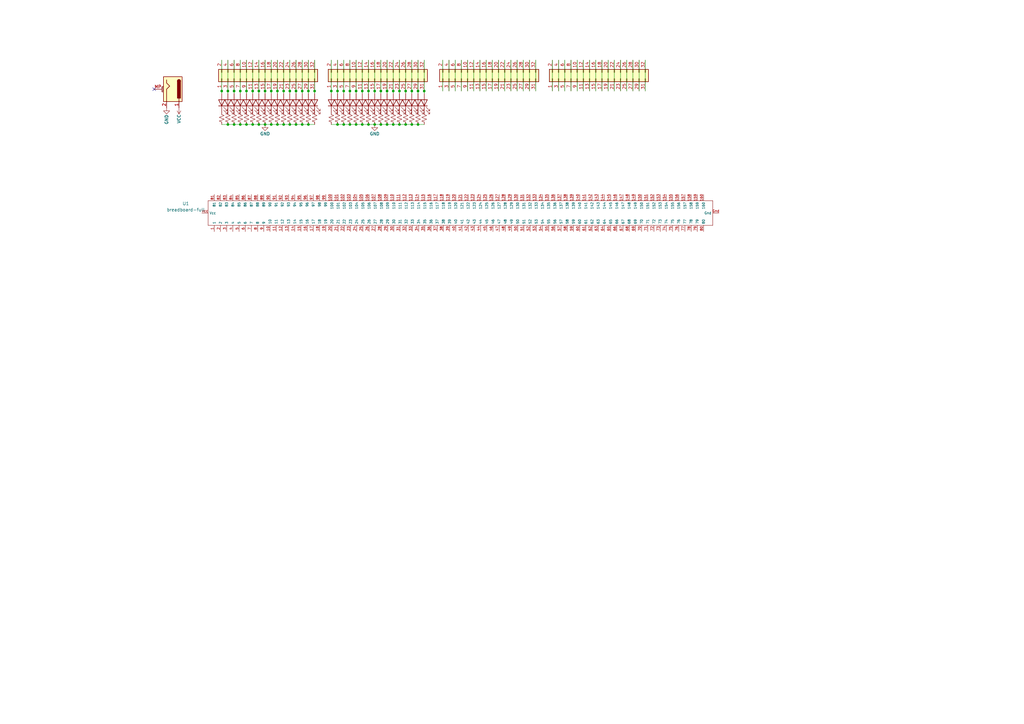
<source format=kicad_sch>
(kicad_sch (version 20211123) (generator eeschema)
  (paper "A3")
  (lib_symbols
    (symbol "Connector:Barrel_Jack_MountingPin" (pin_names hide)
      (property "Reference" "J" (at 0 5.334 0))
      (property "Value" "Barrel_Jack_MountingPin" (at 1.27 -6.35 0))
      (symbol "Barrel_Jack_MountingPin_0_1"
        (rectangle (start -5.08 3.81) (end 5.08 -3.81) (stroke (width 0.254)) (fill (type background)))
        (arc (start -3.302 3.175) (mid -3.937 2.54) (end -3.302 1.905) (stroke (width 0.254)))
        (arc (start -3.302 3.175) (mid -3.937 2.54) (end -3.302 1.905) (stroke (width 0.254)) (fill (type outline)))
        (polyline (pts (xy 5.08 2.54) (xy 3.81 2.54)) (stroke (width 0.254)))
        (polyline (pts (xy -3.81 -2.54) (xy -2.54 -2.54) (xy -1.27 -1.27) (xy 0 -2.54) (xy 2.54 -2.54) (xy 5.08 -2.54)) (stroke (width 0.254)))
        (rectangle (start 3.683 3.175) (end -3.302 1.905) (stroke (width 0.254)) (fill (type outline)))
      )
      (symbol "Barrel_Jack_MountingPin_1_1"
        (polyline (pts (xy -1.016 -4.572) (xy 1.016 -4.572)) (stroke (width 0.1524)))
        (text "Mounting" (at 0 -4.191 0) (effects (font (size 0.381 0.381))))
        (pin passive line (at 7.62 2.54 180) (length 2.54) (name "~") (number "1"))
        (pin passive line (at 7.62 -2.54 180) (length 2.54) (name "~") (number "2"))
        (pin passive line (at 0 -7.62 90) (length 3.048) (name "MountPin") (number "MP"))
      )
    )
    (symbol "Connector_Generic:Conn_02x16_Odd_Even" (pin_names (offset 1.016) hide)
      (property "Reference" "J" (at 1.27 20.32 0))
      (property "Value" "Conn_02x16_Odd_Even" (at 1.27 -22.86 0))
      (symbol "Conn_02x16_Odd_Even_1_1"
        (rectangle (start -1.27 -20.193) (end 0 -20.447) (stroke (width 0.1524)))
        (rectangle (start -1.27 -17.653) (end 0 -17.907) (stroke (width 0.1524)))
        (rectangle (start -1.27 -15.113) (end 0 -15.367) (stroke (width 0.1524)))
        (rectangle (start -1.27 -12.573) (end 0 -12.827) (stroke (width 0.1524)))
        (rectangle (start -1.27 -10.033) (end 0 -10.287) (stroke (width 0.1524)))
        (rectangle (start -1.27 -7.493) (end 0 -7.747) (stroke (width 0.1524)))
        (rectangle (start -1.27 -4.953) (end 0 -5.207) (stroke (width 0.1524)))
        (rectangle (start -1.27 -2.413) (end 0 -2.667) (stroke (width 0.1524)))
        (rectangle (start -1.27 0.127) (end 0 -0.127) (stroke (width 0.1524)))
        (rectangle (start -1.27 2.667) (end 0 2.413) (stroke (width 0.1524)))
        (rectangle (start -1.27 5.207) (end 0 4.953) (stroke (width 0.1524)))
        (rectangle (start -1.27 7.747) (end 0 7.493) (stroke (width 0.1524)))
        (rectangle (start -1.27 10.287) (end 0 10.033) (stroke (width 0.1524)))
        (rectangle (start -1.27 12.827) (end 0 12.573) (stroke (width 0.1524)))
        (rectangle (start -1.27 15.367) (end 0 15.113) (stroke (width 0.1524)))
        (rectangle (start -1.27 17.907) (end 0 17.653) (stroke (width 0.1524)))
        (rectangle (start -1.27 19.05) (end 3.81 -21.59) (stroke (width 0.254)) (fill (type background)))
        (rectangle (start 3.81 -20.193) (end 2.54 -20.447) (stroke (width 0.1524)))
        (rectangle (start 3.81 -17.653) (end 2.54 -17.907) (stroke (width 0.1524)))
        (rectangle (start 3.81 -15.113) (end 2.54 -15.367) (stroke (width 0.1524)))
        (rectangle (start 3.81 -12.573) (end 2.54 -12.827) (stroke (width 0.1524)))
        (rectangle (start 3.81 -10.033) (end 2.54 -10.287) (stroke (width 0.1524)))
        (rectangle (start 3.81 -7.493) (end 2.54 -7.747) (stroke (width 0.1524)))
        (rectangle (start 3.81 -4.953) (end 2.54 -5.207) (stroke (width 0.1524)))
        (rectangle (start 3.81 -2.413) (end 2.54 -2.667) (stroke (width 0.1524)))
        (rectangle (start 3.81 0.127) (end 2.54 -0.127) (stroke (width 0.1524)))
        (rectangle (start 3.81 2.667) (end 2.54 2.413) (stroke (width 0.1524)))
        (rectangle (start 3.81 5.207) (end 2.54 4.953) (stroke (width 0.1524)))
        (rectangle (start 3.81 7.747) (end 2.54 7.493) (stroke (width 0.1524)))
        (rectangle (start 3.81 10.287) (end 2.54 10.033) (stroke (width 0.1524)))
        (rectangle (start 3.81 12.827) (end 2.54 12.573) (stroke (width 0.1524)))
        (rectangle (start 3.81 15.367) (end 2.54 15.113) (stroke (width 0.1524)))
        (rectangle (start 3.81 17.907) (end 2.54 17.653) (stroke (width 0.1524)))
        (pin passive line (at -5.08 17.78 0) (length 3.81) (name "Pin_1") (number "1"))
        (pin passive line (at 7.62 7.62 180) (length 3.81) (name "Pin_10") (number "10"))
        (pin passive line (at -5.08 5.08 0) (length 3.81) (name "Pin_11") (number "11"))
        (pin passive line (at 7.62 5.08 180) (length 3.81) (name "Pin_12") (number "12"))
        (pin passive line (at -5.08 2.54 0) (length 3.81) (name "Pin_13") (number "13"))
        (pin passive line (at 7.62 2.54 180) (length 3.81) (name "Pin_14") (number "14"))
        (pin passive line (at -5.08 0 0) (length 3.81) (name "Pin_15") (number "15"))
        (pin passive line (at 7.62 0 180) (length 3.81) (name "Pin_16") (number "16"))
        (pin passive line (at -5.08 -2.54 0) (length 3.81) (name "Pin_17") (number "17"))
        (pin passive line (at 7.62 -2.54 180) (length 3.81) (name "Pin_18") (number "18"))
        (pin passive line (at -5.08 -5.08 0) (length 3.81) (name "Pin_19") (number "19"))
        (pin passive line (at 7.62 17.78 180) (length 3.81) (name "Pin_2") (number "2"))
        (pin passive line (at 7.62 -5.08 180) (length 3.81) (name "Pin_20") (number "20"))
        (pin passive line (at -5.08 -7.62 0) (length 3.81) (name "Pin_21") (number "21"))
        (pin passive line (at 7.62 -7.62 180) (length 3.81) (name "Pin_22") (number "22"))
        (pin passive line (at -5.08 -10.16 0) (length 3.81) (name "Pin_23") (number "23"))
        (pin passive line (at 7.62 -10.16 180) (length 3.81) (name "Pin_24") (number "24"))
        (pin passive line (at -5.08 -12.7 0) (length 3.81) (name "Pin_25") (number "25"))
        (pin passive line (at 7.62 -12.7 180) (length 3.81) (name "Pin_26") (number "26"))
        (pin passive line (at -5.08 -15.24 0) (length 3.81) (name "Pin_27") (number "27"))
        (pin passive line (at 7.62 -15.24 180) (length 3.81) (name "Pin_28") (number "28"))
        (pin passive line (at -5.08 -17.78 0) (length 3.81) (name "Pin_29") (number "29"))
        (pin passive line (at -5.08 15.24 0) (length 3.81) (name "Pin_3") (number "3"))
        (pin passive line (at 7.62 -17.78 180) (length 3.81) (name "Pin_30") (number "30"))
        (pin passive line (at -5.08 -20.32 0) (length 3.81) (name "Pin_31") (number "31"))
        (pin passive line (at 7.62 -20.32 180) (length 3.81) (name "Pin_32") (number "32"))
        (pin passive line (at 7.62 15.24 180) (length 3.81) (name "Pin_4") (number "4"))
        (pin passive line (at -5.08 12.7 0) (length 3.81) (name "Pin_5") (number "5"))
        (pin passive line (at 7.62 12.7 180) (length 3.81) (name "Pin_6") (number "6"))
        (pin passive line (at -5.08 10.16 0) (length 3.81) (name "Pin_7") (number "7"))
        (pin passive line (at 7.62 10.16 180) (length 3.81) (name "Pin_8") (number "8"))
        (pin passive line (at -5.08 7.62 0) (length 3.81) (name "Pin_9") (number "9"))
      )
    )
    (symbol "Device:LED" (pin_numbers hide) (pin_names (offset 1.016) hide)
      (property "Reference" "D" (at 0 2.54 0))
      (property "Value" "LED" (at 0 -2.54 0))
      (symbol "LED_0_1"
        (polyline (pts (xy -1.27 -1.27) (xy -1.27 1.27)) (stroke (width 0.254)))
        (polyline (pts (xy -1.27 0) (xy 1.27 0)))
        (polyline (pts (xy 1.27 -1.27) (xy 1.27 1.27) (xy -1.27 0) (xy 1.27 -1.27)) (stroke (width 0.254)))
        (polyline (pts (xy -3.048 -0.762) (xy -4.572 -2.286) (xy -3.81 -2.286) (xy -4.572 -2.286) (xy -4.572 -1.524)))
        (polyline (pts (xy -1.778 -0.762) (xy -3.302 -2.286) (xy -2.54 -2.286) (xy -3.302 -2.286) (xy -3.302 -1.524)))
      )
      (symbol "LED_1_1"
        (pin passive line (at -3.81 0 0) (length 2.54) (name "K") (number "1"))
        (pin passive line (at 3.81 0 180) (length 2.54) (name "A") (number "2"))
      )
    )
    (symbol "Device:R_Small_US" (pin_numbers hide) (pin_names (offset 0.254) hide)
      (property "Reference" "R" (at 0.762 0.508 0))
      (property "Value" "R_Small_US" (at 0.762 -1.016 0))
      (symbol "R_Small_US_1_1"
        (polyline (pts (xy 0 0) (xy 1.016 -0.381) (xy 0 -0.762) (xy -1.016 -1.143) (xy 0 -1.524)))
        (polyline (pts (xy 0 1.524) (xy 1.016 1.143) (xy 0 0.762) (xy -1.016 0.381) (xy 0 0)))
        (pin passive line (at 0 2.54 270) (length 1.016) (name "~") (number "1"))
        (pin passive line (at 0 -2.54 90) (length 1.016) (name "~") (number "2"))
      )
    )
    (symbol "power:GND" (power) (pin_names (offset 0))
      (property "Value" "GND" (at 0 -3.81 0))
      (symbol "GND_0_1"
        (polyline (pts (xy 0 0) (xy 0 -1.27) (xy 1.27 -1.27) (xy 0 -2.54) (xy -1.27 -1.27) (xy 0 -1.27)))
      )
      (symbol "GND_1_1"
        (pin power_in line (at 0 0 270) (length 0) hide (name "GND") (number "1"))
      )
    )
    (symbol "power:VCC" (power) (pin_names (offset 0))
      (property "Value" "VCC" (at 0 3.81 0))
      (symbol "VCC_0_1"
        (polyline (pts (xy -0.762 1.27) (xy 0 2.54)))
        (polyline (pts (xy 0 0) (xy 0 2.54)))
        (polyline (pts (xy 0 2.54) (xy 0.762 1.27)))
      )
      (symbol "VCC_1_1"
        (pin power_in line (at 0 0 90) (length 0) hide (name "VCC") (number "1"))
      )
    )
    (symbol "stephen-breadboarding:breadboard-full"
      (property "Reference" "U" (at 0 52.07 0))
      (property "Value" "breadboard-full" (at 0 49.53 0))
      (symbol "breadboard-full_0_1"
        (rectangle (start -5.08 36.83) (end 5.08 -170.18))
      )
      (symbol "breadboard-full_1_1"
        (pin input line (at -7.62 34.29 0) (length 2.54) (name "1") (number "1"))
        (pin input line (at -7.62 11.43 0) (length 2.54) (name "10") (number "10"))
        (pin input line (at 7.62 -13.97 180) (length 2.54) (name "100") (number "100"))
        (pin input line (at 7.62 -16.51 180) (length 2.54) (name "101") (number "101"))
        (pin input line (at 7.62 -19.05 180) (length 2.54) (name "102") (number "102"))
        (pin input line (at 7.62 -21.59 180) (length 2.54) (name "103") (number "103"))
        (pin input line (at 7.62 -24.13 180) (length 2.54) (name "104") (number "104"))
        (pin input line (at 7.62 -26.67 180) (length 2.54) (name "105") (number "105"))
        (pin input line (at 7.62 -29.21 180) (length 2.54) (name "106") (number "106"))
        (pin input line (at 7.62 -31.75 180) (length 2.54) (name "107") (number "107"))
        (pin input line (at 7.62 -34.29 180) (length 2.54) (name "108") (number "108"))
        (pin input line (at 7.62 -36.83 180) (length 2.54) (name "109") (number "109"))
        (pin input line (at -7.62 8.89 0) (length 2.54) (name "11") (number "11"))
        (pin input line (at 7.62 -39.37 180) (length 2.54) (name "110") (number "110"))
        (pin input line (at 7.62 -41.91 180) (length 2.54) (name "111") (number "111"))
        (pin input line (at 7.62 -44.45 180) (length 2.54) (name "112") (number "112"))
        (pin input line (at 7.62 -46.99 180) (length 2.54) (name "113") (number "113"))
        (pin input line (at 7.62 -49.53 180) (length 2.54) (name "114") (number "114"))
        (pin input line (at 7.62 -52.07 180) (length 2.54) (name "115") (number "115"))
        (pin input line (at 7.62 -54.61 180) (length 2.54) (name "116") (number "116"))
        (pin input line (at 7.62 -57.15 180) (length 2.54) (name "117") (number "117"))
        (pin input line (at 7.62 -59.69 180) (length 2.54) (name "118") (number "118"))
        (pin input line (at 7.62 -62.23 180) (length 2.54) (name "119") (number "119"))
        (pin input line (at -7.62 6.35 0) (length 2.54) (name "12") (number "12"))
        (pin input line (at 7.62 -64.77 180) (length 2.54) (name "120") (number "120"))
        (pin input line (at 7.62 -67.31 180) (length 2.54) (name "121") (number "121"))
        (pin input line (at 7.62 -69.85 180) (length 2.54) (name "122") (number "122"))
        (pin input line (at 7.62 -72.39 180) (length 2.54) (name "123") (number "123"))
        (pin input line (at 7.62 -74.93 180) (length 2.54) (name "124") (number "124"))
        (pin input line (at 7.62 -77.47 180) (length 2.54) (name "125") (number "125"))
        (pin input line (at 7.62 -80.01 180) (length 2.54) (name "126") (number "126"))
        (pin input line (at 7.62 -82.55 180) (length 2.54) (name "127") (number "127"))
        (pin input line (at 7.62 -85.09 180) (length 2.54) (name "128") (number "128"))
        (pin input line (at 7.62 -87.63 180) (length 2.54) (name "129") (number "129"))
        (pin input line (at -7.62 3.81 0) (length 2.54) (name "13") (number "13"))
        (pin input line (at 7.62 -90.17 180) (length 2.54) (name "130") (number "130"))
        (pin input line (at 7.62 -92.71 180) (length 2.54) (name "131") (number "131"))
        (pin input line (at 7.62 -95.25 180) (length 2.54) (name "132") (number "132"))
        (pin input line (at 7.62 -97.79 180) (length 2.54) (name "133") (number "133"))
        (pin input line (at 7.62 -100.33 180) (length 2.54) (name "134") (number "134"))
        (pin input line (at 7.62 -102.87 180) (length 2.54) (name "135") (number "135"))
        (pin input line (at 7.62 -105.41 180) (length 2.54) (name "136") (number "136"))
        (pin input line (at 7.62 -107.95 180) (length 2.54) (name "137") (number "137"))
        (pin input line (at 7.62 -110.49 180) (length 2.54) (name "138") (number "138"))
        (pin input line (at 7.62 -113.03 180) (length 2.54) (name "139") (number "139"))
        (pin input line (at -7.62 1.27 0) (length 2.54) (name "14") (number "14"))
        (pin input line (at 7.62 -115.57 180) (length 2.54) (name "140") (number "140"))
        (pin input line (at 7.62 -118.11 180) (length 2.54) (name "141") (number "141"))
        (pin input line (at 7.62 -120.65 180) (length 2.54) (name "142") (number "142"))
        (pin input line (at 7.62 -123.19 180) (length 2.54) (name "143") (number "143"))
        (pin input line (at 7.62 -125.73 180) (length 2.54) (name "144") (number "144"))
        (pin input line (at 7.62 -128.27 180) (length 2.54) (name "145") (number "145"))
        (pin input line (at 7.62 -130.81 180) (length 2.54) (name "146") (number "146"))
        (pin input line (at 7.62 -133.35 180) (length 2.54) (name "147") (number "147"))
        (pin input line (at 7.62 -135.89 180) (length 2.54) (name "148") (number "148"))
        (pin input line (at 7.62 -138.43 180) (length 2.54) (name "149") (number "149"))
        (pin input line (at -7.62 -1.27 0) (length 2.54) (name "15") (number "15"))
        (pin input line (at 7.62 -140.97 180) (length 2.54) (name "150") (number "150"))
        (pin input line (at 7.62 -143.51 180) (length 2.54) (name "151") (number "151"))
        (pin input line (at 7.62 -146.05 180) (length 2.54) (name "152") (number "152"))
        (pin input line (at 7.62 -148.59 180) (length 2.54) (name "153") (number "153"))
        (pin input line (at 7.62 -151.13 180) (length 2.54) (name "154") (number "154"))
        (pin input line (at 7.62 -153.67 180) (length 2.54) (name "155") (number "155"))
        (pin input line (at 7.62 -156.21 180) (length 2.54) (name "156") (number "156"))
        (pin input line (at 7.62 -158.75 180) (length 2.54) (name "157") (number "157"))
        (pin input line (at 7.62 -161.29 180) (length 2.54) (name "158") (number "158"))
        (pin input line (at 7.62 -163.83 180) (length 2.54) (name "159") (number "159"))
        (pin input line (at -7.62 -3.81 0) (length 2.54) (name "16") (number "16"))
        (pin input line (at 7.62 -166.37 180) (length 2.54) (name "160") (number "160"))
        (pin input line (at -7.62 -6.35 0) (length 2.54) (name "17") (number "17"))
        (pin input line (at -7.62 -8.89 0) (length 2.54) (name "18") (number "18"))
        (pin input line (at -7.62 -11.43 0) (length 2.54) (name "19") (number "19"))
        (pin input line (at -7.62 31.75 0) (length 2.54) (name "2") (number "2"))
        (pin input line (at -7.62 -13.97 0) (length 2.54) (name "20") (number "20"))
        (pin input line (at -7.62 -16.51 0) (length 2.54) (name "21") (number "21"))
        (pin input line (at -7.62 -19.05 0) (length 2.54) (name "22") (number "22"))
        (pin input line (at -7.62 -21.59 0) (length 2.54) (name "23") (number "23"))
        (pin input line (at -7.62 -24.13 0) (length 2.54) (name "24") (number "24"))
        (pin input line (at -7.62 -26.67 0) (length 2.54) (name "25") (number "25"))
        (pin input line (at -7.62 -29.21 0) (length 2.54) (name "26") (number "26"))
        (pin input line (at -7.62 -31.75 0) (length 2.54) (name "27") (number "27"))
        (pin input line (at -7.62 -34.29 0) (length 2.54) (name "28") (number "28"))
        (pin input line (at -7.62 -36.83 0) (length 2.54) (name "29") (number "29"))
        (pin input line (at -7.62 29.21 0) (length 2.54) (name "3") (number "3"))
        (pin input line (at -7.62 -39.37 0) (length 2.54) (name "30") (number "30"))
        (pin input line (at -7.62 -41.91 0) (length 2.54) (name "31") (number "31"))
        (pin input line (at -7.62 -44.45 0) (length 2.54) (name "32") (number "32"))
        (pin input line (at -7.62 -46.99 0) (length 2.54) (name "33") (number "33"))
        (pin input line (at -7.62 -49.53 0) (length 2.54) (name "34") (number "34"))
        (pin input line (at -7.62 -52.07 0) (length 2.54) (name "35") (number "35"))
        (pin input line (at -7.62 -54.61 0) (length 2.54) (name "36") (number "36"))
        (pin input line (at -7.62 -57.15 0) (length 2.54) (name "37") (number "37"))
        (pin input line (at -7.62 -59.69 0) (length 2.54) (name "38") (number "38"))
        (pin input line (at -7.62 -62.23 0) (length 2.54) (name "39") (number "39"))
        (pin input line (at -7.62 26.67 0) (length 2.54) (name "4") (number "4"))
        (pin input line (at -7.62 -64.77 0) (length 2.54) (name "40") (number "40"))
        (pin input line (at -7.62 -67.31 0) (length 2.54) (name "41") (number "41"))
        (pin input line (at -7.62 -69.85 0) (length 2.54) (name "42") (number "42"))
        (pin input line (at -7.62 -72.39 0) (length 2.54) (name "43") (number "43"))
        (pin input line (at -7.62 -74.93 0) (length 2.54) (name "44") (number "44"))
        (pin input line (at -7.62 -77.47 0) (length 2.54) (name "45") (number "45"))
        (pin input line (at -7.62 -80.01 0) (length 2.54) (name "46") (number "46"))
        (pin input line (at -7.62 -82.55 0) (length 2.54) (name "47") (number "47"))
        (pin input line (at -7.62 -85.09 0) (length 2.54) (name "48") (number "48"))
        (pin input line (at -7.62 -87.63 0) (length 2.54) (name "49") (number "49"))
        (pin input line (at -7.62 24.13 0) (length 2.54) (name "5") (number "5"))
        (pin input line (at -7.62 -90.17 0) (length 2.54) (name "50") (number "50"))
        (pin input line (at -7.62 -92.71 0) (length 2.54) (name "51") (number "51"))
        (pin input line (at -7.62 -95.25 0) (length 2.54) (name "52") (number "52"))
        (pin input line (at -7.62 -97.79 0) (length 2.54) (name "53") (number "53"))
        (pin input line (at -7.62 -100.33 0) (length 2.54) (name "54") (number "54"))
        (pin input line (at -7.62 -102.87 0) (length 2.54) (name "55") (number "55"))
        (pin input line (at -7.62 -105.41 0) (length 2.54) (name "56") (number "56"))
        (pin input line (at -7.62 -107.95 0) (length 2.54) (name "57") (number "57"))
        (pin input line (at -7.62 -110.49 0) (length 2.54) (name "58") (number "58"))
        (pin input line (at -7.62 -113.03 0) (length 2.54) (name "59") (number "59"))
        (pin input line (at -7.62 21.59 0) (length 2.54) (name "6") (number "6"))
        (pin input line (at -7.62 -115.57 0) (length 2.54) (name "60") (number "60"))
        (pin input line (at -7.62 -118.11 0) (length 2.54) (name "61") (number "61"))
        (pin input line (at -7.62 -120.65 0) (length 2.54) (name "62") (number "62"))
        (pin input line (at -7.62 -123.19 0) (length 2.54) (name "63") (number "63"))
        (pin input line (at -7.62 -125.73 0) (length 2.54) (name "64") (number "64"))
        (pin input line (at -7.62 -128.27 0) (length 2.54) (name "65") (number "65"))
        (pin input line (at -7.62 -130.81 0) (length 2.54) (name "66") (number "66"))
        (pin input line (at -7.62 -133.35 0) (length 2.54) (name "67") (number "67"))
        (pin input line (at -7.62 -135.89 0) (length 2.54) (name "68") (number "68"))
        (pin input line (at -7.62 -138.43 0) (length 2.54) (name "69") (number "69"))
        (pin input line (at -7.62 19.05 0) (length 2.54) (name "7") (number "7"))
        (pin input line (at -7.62 -140.97 0) (length 2.54) (name "70") (number "70"))
        (pin input line (at -7.62 -143.51 0) (length 2.54) (name "71") (number "71"))
        (pin input line (at -7.62 -146.05 0) (length 2.54) (name "72") (number "72"))
        (pin input line (at -7.62 -148.59 0) (length 2.54) (name "73") (number "73"))
        (pin input line (at -7.62 -151.13 0) (length 2.54) (name "74") (number "74"))
        (pin input line (at -7.62 -153.67 0) (length 2.54) (name "75") (number "75"))
        (pin input line (at -7.62 -156.21 0) (length 2.54) (name "76") (number "76"))
        (pin input line (at -7.62 -158.75 0) (length 2.54) (name "77") (number "77"))
        (pin input line (at -7.62 -161.29 0) (length 2.54) (name "78") (number "78"))
        (pin input line (at -7.62 -163.83 0) (length 2.54) (name "79") (number "79"))
        (pin input line (at -7.62 16.51 0) (length 2.54) (name "8") (number "8"))
        (pin input line (at -7.62 -166.37 0) (length 2.54) (name "80") (number "80"))
        (pin input line (at 7.62 34.29 180) (length 2.54) (name "81") (number "81"))
        (pin input line (at 7.62 31.75 180) (length 2.54) (name "82") (number "82"))
        (pin input line (at 7.62 29.21 180) (length 2.54) (name "83") (number "83"))
        (pin input line (at 7.62 26.67 180) (length 2.54) (name "84") (number "84"))
        (pin input line (at 7.62 24.13 180) (length 2.54) (name "85") (number "85"))
        (pin input line (at 7.62 21.59 180) (length 2.54) (name "86") (number "86"))
        (pin input line (at 7.62 19.05 180) (length 2.54) (name "87") (number "87"))
        (pin input line (at 7.62 16.51 180) (length 2.54) (name "88") (number "88"))
        (pin input line (at 7.62 13.97 180) (length 2.54) (name "89") (number "89"))
        (pin input line (at -7.62 13.97 0) (length 2.54) (name "9") (number "9"))
        (pin input line (at 7.62 11.43 180) (length 2.54) (name "90") (number "90"))
        (pin input line (at 7.62 8.89 180) (length 2.54) (name "91") (number "91"))
        (pin input line (at 7.62 6.35 180) (length 2.54) (name "92") (number "92"))
        (pin input line (at 7.62 3.81 180) (length 2.54) (name "93") (number "93"))
        (pin input line (at 7.62 1.27 180) (length 2.54) (name "94") (number "94"))
        (pin input line (at 7.62 -1.27 180) (length 2.54) (name "95") (number "95"))
        (pin input line (at 7.62 -3.81 180) (length 2.54) (name "96") (number "96"))
        (pin input line (at 7.62 -6.35 180) (length 2.54) (name "97") (number "97"))
        (pin input line (at 7.62 -8.89 180) (length 2.54) (name "98") (number "98"))
        (pin input line (at 7.62 -11.43 180) (length 2.54) (name "99") (number "99"))
        (pin power_in line (at 0 -172.72 90) (length 2.54) (name "Gnd") (number "Gnd"))
        (pin power_in line (at 0 39.37 270) (length 2.54) (name "Vcc") (number "Vcc"))
      )
    )
  )
  (junction (at 108.712 51.054))
  (junction (at 126.492 51.054))
  (junction (at 161.29 37.338))
  (junction (at 113.792 51.054))
  (junction (at 113.792 37.338))
  (junction (at 106.172 51.054))
  (junction (at 168.91 37.338))
  (junction (at 118.872 37.338))
  (junction (at 146.05 37.338))
  (junction (at 108.712 37.338))
  (junction (at 126.492 37.338))
  (junction (at 103.632 37.338))
  (junction (at 123.952 37.338))
  (junction (at 143.51 51.054))
  (junction (at 129.032 37.338))
  (junction (at 96.012 37.338))
  (junction (at 166.37 51.054))
  (junction (at 121.412 37.338))
  (junction (at 173.99 37.338))
  (junction (at 151.13 51.054))
  (junction (at 156.21 51.054))
  (junction (at 148.59 37.338))
  (junction (at 116.332 37.338))
  (junction (at 163.83 37.338))
  (junction (at 168.91 51.054))
  (junction (at 106.172 37.338))
  (junction (at 171.45 51.054))
  (junction (at 101.092 37.338))
  (junction (at 166.37 37.338))
  (junction (at 135.89 37.338))
  (junction (at 123.952 51.054))
  (junction (at 156.21 37.338))
  (junction (at 163.83 51.054))
  (junction (at 116.332 51.054))
  (junction (at 140.97 37.338))
  (junction (at 98.552 37.338))
  (junction (at 90.932 37.338))
  (junction (at 103.632 51.054))
  (junction (at 151.13 37.338))
  (junction (at 101.092 51.054))
  (junction (at 138.43 51.054))
  (junction (at 146.05 51.054))
  (junction (at 98.552 51.054))
  (junction (at 96.012 51.054))
  (junction (at 153.67 51.054))
  (junction (at 143.51 37.338))
  (junction (at 118.872 51.054))
  (junction (at 140.97 51.054))
  (junction (at 158.75 37.338))
  (junction (at 111.252 37.338))
  (junction (at 153.67 37.338))
  (junction (at 138.43 37.338))
  (junction (at 121.412 51.054))
  (junction (at 161.29 51.054))
  (junction (at 171.45 37.338))
  (junction (at 148.59 51.054))
  (junction (at 93.472 51.054))
  (junction (at 158.75 51.054))
  (junction (at 111.252 51.054))
  (junction (at 93.472 37.338))
  (no_connect (at 63.246 36.576))
  (wire (pts (xy 113.792 37.338) (xy 113.792 38.354)))
  (wire (pts (xy 101.092 51.054) (xy 103.632 51.054)))
  (wire (pts (xy 103.632 37.338) (xy 103.632 38.354)))
  (wire (pts (xy 111.252 51.054) (xy 113.792 51.054)))
  (wire (pts (xy 96.012 51.054) (xy 98.552 51.054)))
  (wire (pts (xy 146.05 51.054) (xy 148.59 51.054)))
  (wire (pts (xy 217.17 24.638) (xy 217.17 37.338)))
  (wire (pts (xy 156.21 51.054) (xy 158.75 51.054)))
  (wire (pts (xy 226.568 24.638) (xy 226.568 37.338)))
  (wire (pts (xy 98.552 37.338) (xy 98.552 38.354)))
  (wire (pts (xy 126.492 51.054) (xy 129.032 51.054)))
  (wire (pts (xy 108.712 24.638) (xy 108.712 37.338)))
  (wire (pts (xy 234.188 24.638) (xy 234.188 37.338)))
  (wire (pts (xy 196.85 24.638) (xy 196.85 37.338)))
  (wire (pts (xy 214.63 24.638) (xy 214.63 37.338)))
  (wire (pts (xy 140.97 51.054) (xy 143.51 51.054)))
  (wire (pts (xy 173.99 37.338) (xy 173.99 38.354)))
  (wire (pts (xy 96.012 24.638) (xy 96.012 37.338)))
  (wire (pts (xy 118.872 37.338) (xy 118.872 38.354)))
  (wire (pts (xy 219.71 24.638) (xy 219.71 37.338)))
  (wire (pts (xy 244.348 24.638) (xy 244.348 37.338)))
  (wire (pts (xy 118.872 24.638) (xy 118.872 37.338)))
  (wire (pts (xy 143.51 24.638) (xy 143.51 37.338)))
  (wire (pts (xy 156.21 24.638) (xy 156.21 37.338)))
  (wire (pts (xy 123.952 24.638) (xy 123.952 37.338)))
  (wire (pts (xy 116.332 51.054) (xy 118.872 51.054)))
  (wire (pts (xy 103.632 24.638) (xy 103.632 37.338)))
  (wire (pts (xy 135.89 37.338) (xy 135.89 38.354)))
  (wire (pts (xy 108.712 51.054) (xy 111.252 51.054)))
  (wire (pts (xy 138.43 37.338) (xy 138.43 38.354)))
  (wire (pts (xy 262.128 24.638) (xy 262.128 37.338)))
  (wire (pts (xy 135.89 51.054) (xy 138.43 51.054)))
  (wire (pts (xy 108.712 37.338) (xy 108.712 38.354)))
  (wire (pts (xy 153.67 51.054) (xy 156.21 51.054)))
  (wire (pts (xy 168.91 37.338) (xy 168.91 38.354)))
  (wire (pts (xy 153.67 37.338) (xy 153.67 38.354)))
  (wire (pts (xy 163.83 37.338) (xy 163.83 38.354)))
  (wire (pts (xy 158.75 51.054) (xy 161.29 51.054)))
  (wire (pts (xy 138.43 51.054) (xy 140.97 51.054)))
  (wire (pts (xy 106.172 37.338) (xy 106.172 38.354)))
  (wire (pts (xy 236.728 24.638) (xy 236.728 37.338)))
  (wire (pts (xy 158.75 37.338) (xy 158.75 38.354)))
  (wire (pts (xy 181.61 24.638) (xy 181.61 37.338)))
  (wire (pts (xy 171.45 51.054) (xy 173.99 51.054)))
  (wire (pts (xy 158.75 24.638) (xy 158.75 37.338)))
  (wire (pts (xy 138.43 24.638) (xy 138.43 37.338)))
  (wire (pts (xy 96.012 37.338) (xy 96.012 38.354)))
  (wire (pts (xy 239.268 24.638) (xy 239.268 37.338)))
  (wire (pts (xy 209.55 24.638) (xy 209.55 37.338)))
  (wire (pts (xy 251.968 24.638) (xy 251.968 37.338)))
  (wire (pts (xy 184.15 24.638) (xy 184.15 37.338)))
  (wire (pts (xy 93.472 24.638) (xy 93.472 37.338)))
  (wire (pts (xy 166.37 37.338) (xy 166.37 38.354)))
  (wire (pts (xy 129.032 24.638) (xy 129.032 37.338)))
  (wire (pts (xy 146.05 24.638) (xy 146.05 37.338)))
  (wire (pts (xy 98.552 24.638) (xy 98.552 37.338)))
  (wire (pts (xy 171.45 37.338) (xy 171.45 38.354)))
  (wire (pts (xy 113.792 51.054) (xy 116.332 51.054)))
  (wire (pts (xy 98.552 51.054) (xy 101.092 51.054)))
  (wire (pts (xy 249.428 24.638) (xy 249.428 37.338)))
  (wire (pts (xy 161.29 51.054) (xy 163.83 51.054)))
  (wire (pts (xy 229.108 24.638) (xy 229.108 37.338)))
  (wire (pts (xy 126.492 24.638) (xy 126.492 37.338)))
  (wire (pts (xy 151.13 24.638) (xy 151.13 37.338)))
  (wire (pts (xy 143.51 51.054) (xy 146.05 51.054)))
  (wire (pts (xy 191.77 24.638) (xy 191.77 37.338)))
  (wire (pts (xy 123.952 51.054) (xy 126.492 51.054)))
  (wire (pts (xy 151.13 51.054) (xy 153.67 51.054)))
  (wire (pts (xy 129.032 37.338) (xy 129.032 38.354)))
  (wire (pts (xy 168.91 24.638) (xy 168.91 37.338)))
  (wire (pts (xy 121.412 51.054) (xy 123.952 51.054)))
  (wire (pts (xy 140.97 24.638) (xy 140.97 37.338)))
  (wire (pts (xy 90.932 51.054) (xy 93.472 51.054)))
  (wire (pts (xy 90.932 24.638) (xy 90.932 37.338)))
  (wire (pts (xy 118.872 51.054) (xy 121.412 51.054)))
  (wire (pts (xy 103.632 51.054) (xy 106.172 51.054)))
  (wire (pts (xy 111.252 24.638) (xy 111.252 37.338)))
  (wire (pts (xy 153.67 24.638) (xy 153.67 37.338)))
  (wire (pts (xy 231.648 24.638) (xy 231.648 37.338)))
  (wire (pts (xy 90.932 37.338) (xy 90.932 38.354)))
  (wire (pts (xy 161.29 37.338) (xy 161.29 38.354)))
  (wire (pts (xy 254.508 24.638) (xy 254.508 37.338)))
  (wire (pts (xy 204.47 24.638) (xy 204.47 37.338)))
  (wire (pts (xy 189.23 24.638) (xy 189.23 37.338)))
  (wire (pts (xy 257.048 24.638) (xy 257.048 37.338)))
  (wire (pts (xy 148.59 37.338) (xy 148.59 38.354)))
  (wire (pts (xy 201.93 24.638) (xy 201.93 37.338)))
  (wire (pts (xy 93.472 51.054) (xy 96.012 51.054)))
  (wire (pts (xy 171.45 24.638) (xy 171.45 37.338)))
  (wire (pts (xy 146.05 37.338) (xy 146.05 38.354)))
  (wire (pts (xy 151.13 37.338) (xy 151.13 38.354)))
  (wire (pts (xy 106.172 24.638) (xy 106.172 37.338)))
  (wire (pts (xy 126.492 37.338) (xy 126.492 38.354)))
  (wire (pts (xy 121.412 24.638) (xy 121.412 37.338)))
  (wire (pts (xy 212.09 24.638) (xy 212.09 37.338)))
  (wire (pts (xy 101.092 24.638) (xy 101.092 37.338)))
  (wire (pts (xy 148.59 51.054) (xy 151.13 51.054)))
  (wire (pts (xy 246.888 24.638) (xy 246.888 37.338)))
  (wire (pts (xy 116.332 24.638) (xy 116.332 37.338)))
  (wire (pts (xy 101.092 37.338) (xy 101.092 38.354)))
  (wire (pts (xy 194.31 24.638) (xy 194.31 37.338)))
  (wire (pts (xy 259.588 24.638) (xy 259.588 37.338)))
  (wire (pts (xy 123.952 37.338) (xy 123.952 38.354)))
  (wire (pts (xy 140.97 37.338) (xy 140.97 38.354)))
  (wire (pts (xy 135.89 24.638) (xy 135.89 37.338)))
  (wire (pts (xy 143.51 37.338) (xy 143.51 38.354)))
  (wire (pts (xy 121.412 37.338) (xy 121.412 38.354)))
  (wire (pts (xy 168.91 51.054) (xy 171.45 51.054)))
  (wire (pts (xy 116.332 37.338) (xy 116.332 38.354)))
  (wire (pts (xy 161.29 24.638) (xy 161.29 37.338)))
  (wire (pts (xy 156.21 37.338) (xy 156.21 38.354)))
  (wire (pts (xy 93.472 37.338) (xy 93.472 38.354)))
  (wire (pts (xy 106.172 51.054) (xy 108.712 51.054)))
  (wire (pts (xy 166.37 24.638) (xy 166.37 37.338)))
  (wire (pts (xy 241.808 24.638) (xy 241.808 37.338)))
  (wire (pts (xy 163.83 51.054) (xy 166.37 51.054)))
  (wire (pts (xy 207.01 24.638) (xy 207.01 37.338)))
  (wire (pts (xy 111.252 37.338) (xy 111.252 38.354)))
  (wire (pts (xy 113.792 24.638) (xy 113.792 37.338)))
  (wire (pts (xy 186.69 24.638) (xy 186.69 37.338)))
  (wire (pts (xy 173.99 24.638) (xy 173.99 37.338)))
  (wire (pts (xy 199.39 24.638) (xy 199.39 37.338)))
  (wire (pts (xy 166.37 51.054) (xy 168.91 51.054)))
  (wire (pts (xy 264.668 24.638) (xy 264.668 37.338)))
  (wire (pts (xy 163.83 24.638) (xy 163.83 37.338)))
  (wire (pts (xy 148.59 24.638) (xy 148.59 37.338)))
  (symbol (lib_id "Device:R_Small_US") (at 118.872 48.514 0) (unit 1)
    (property "Reference" "R12" (effects hide))
    (property "Value" "R_Small_US" (effects hide))
    (property "Footprint" "Resistor_SMD:R_0805_2012Metric" (effects hide))
  )
  (symbol (lib_id "Device:LED") (at 166.37 42.164 90) (unit 1)
    (property "Reference" "D29" (effects hide))
    (property "Value" "LED" (effects hide))
    (property "Footprint" "LED_SMD:LED_0805_2012Metric" (effects hide))
  )
  (symbol (lib_id "Device:R_Small_US") (at 135.89 48.514 0) (unit 1)
    (property "Reference" "R17" (effects hide))
    (property "Value" "R_Small_US" (effects hide))
    (property "Footprint" "Resistor_SMD:R_0805_2012Metric" (effects hide))
  )
  (symbol (lib_id "Connector_Generic:Conn_02x16_Odd_Even") (at 244.348 32.258 90) (unit 1)
    (property "Reference" "J5" (effects hide))
    (property "Value" "Conn_02x16_Odd_Even" (effects hide))
    (property "Footprint" "Connector_PinHeader_2.54mm:PinHeader_2x16_P2.54mm_Vertical" (effects hide))
  )
  (symbol (lib_id "Device:R_Small_US") (at 138.43 48.514 0) (unit 1)
    (property "Reference" "R18" (effects hide))
    (property "Value" "R_Small_US" (effects hide))
    (property "Footprint" "Resistor_SMD:R_0805_2012Metric" (effects hide))
  )
  (symbol (lib_id "Device:R_Small_US") (at 126.492 48.514 0) (unit 1)
    (property "Reference" "R15" (effects hide))
    (property "Value" "R_Small_US" (effects hide))
    (property "Footprint" "Resistor_SMD:R_0805_2012Metric" (effects hide))
  )
  (symbol (lib_id "Device:R_Small_US") (at 156.21 48.514 0) (unit 1)
    (property "Reference" "R25" (effects hide))
    (property "Value" "R_Small_US" (effects hide))
    (property "Footprint" "Resistor_SMD:R_0805_2012Metric" (effects hide))
  )
  (symbol (lib_id "Device:LED") (at 111.252 42.164 90) (unit 1)
    (property "Reference" "D9" (effects hide))
    (property "Value" "LED" (effects hide))
    (property "Footprint" "LED_SMD:LED_0805_2012Metric" (effects hide))
  )
  (symbol (lib_id "Device:LED") (at 129.032 42.164 90) (unit 1)
    (property "Reference" "D16" (effects hide))
    (property "Value" "LED" (effects hide))
    (property "Footprint" "LED_SMD:LED_0805_2012Metric" (effects hide))
  )
  (symbol (lib_id "Device:LED") (at 123.952 42.164 90) (unit 1)
    (property "Reference" "D14" (effects hide))
    (property "Value" "LED" (effects hide))
    (property "Footprint" "LED_SMD:LED_0805_2012Metric" (effects hide))
  )
  (symbol (lib_id "power:GND") (at 153.67 51.054 0) (unit 1)
    (property "Reference" "#PWR04" (effects hide))
    (property "Value" "GND" (at 153.67 54.864 0))
  )
  (symbol (lib_id "power:GND") (at 68.326 44.196 0) (unit 1)
    (property "Reference" "#PWR01" (effects hide))
    (property "Value" "GND" (at 68.326 49.022 90))
  )
  (symbol (lib_id "Device:LED") (at 158.75 42.164 90) (unit 1)
    (property "Reference" "D26" (effects hide))
    (property "Value" "LED" (effects hide))
    (property "Footprint" "LED_SMD:LED_0805_2012Metric" (effects hide))
  )
  (symbol (lib_id "Device:R_Small_US") (at 121.412 48.514 0) (unit 1)
    (property "Reference" "R13" (effects hide))
    (property "Value" "R_Small_US" (effects hide))
    (property "Footprint" "Resistor_SMD:R_0805_2012Metric" (effects hide))
  )
  (symbol (lib_id "power:GND") (at 108.712 51.054 0) (unit 1)
    (property "Reference" "#PWR03" (effects hide))
    (property "Value" "GND" (at 108.712 54.864 0))
  )
  (symbol (lib_id "Device:R_Small_US") (at 129.032 48.514 0) (unit 1)
    (property "Reference" "R16" (effects hide))
    (property "Value" "R_Small_US" (effects hide))
    (property "Footprint" "Resistor_SMD:R_0805_2012Metric" (effects hide))
  )
  (symbol (lib_id "Device:LED") (at 118.872 42.164 90) (unit 1)
    (property "Reference" "D12" (effects hide))
    (property "Value" "LED" (effects hide))
    (property "Footprint" "LED_SMD:LED_0805_2012Metric" (effects hide))
  )
  (symbol (lib_id "Device:R_Small_US") (at 108.712 48.514 0) (unit 1)
    (property "Reference" "R8" (effects hide))
    (property "Value" "R_Small_US" (effects hide))
    (property "Footprint" "Resistor_SMD:R_0805_2012Metric" (effects hide))
  )
  (symbol (lib_id "Device:LED") (at 151.13 42.164 90) (unit 1)
    (property "Reference" "D23" (effects hide))
    (property "Value" "LED" (effects hide))
    (property "Footprint" "LED_SMD:LED_0805_2012Metric" (effects hide))
  )
  (symbol (lib_id "Device:R_Small_US") (at 103.632 48.514 0) (unit 1)
    (property "Reference" "R6" (effects hide))
    (property "Value" "R_Small_US" (effects hide))
    (property "Footprint" "Resistor_SMD:R_0805_2012Metric" (effects hide))
  )
  (symbol (lib_id "Device:R_Small_US") (at 113.792 48.514 0) (unit 1)
    (property "Reference" "R10" (effects hide))
    (property "Value" "R_Small_US" (effects hide))
    (property "Footprint" "Resistor_SMD:R_0805_2012Metric" (effects hide))
  )
  (symbol (lib_id "Device:R_Small_US") (at 111.252 48.514 0) (unit 1)
    (property "Reference" "R9" (effects hide))
    (property "Value" "R_Small_US" (effects hide))
    (property "Footprint" "Resistor_SMD:R_0805_2012Metric" (effects hide))
  )
  (symbol (lib_id "Device:R_Small_US") (at 123.952 48.514 0) (unit 1)
    (property "Reference" "R14" (effects hide))
    (property "Value" "R_Small_US" (effects hide))
    (property "Footprint" "Resistor_SMD:R_0805_2012Metric" (effects hide))
  )
  (symbol (lib_id "Device:LED") (at 90.932 42.164 90) (unit 1)
    (property "Reference" "D1" (effects hide))
    (property "Value" "LED" (effects hide))
    (property "Footprint" "LED_SMD:LED_0805_2012Metric" (effects hide))
  )
  (symbol (lib_id "Device:R_Small_US") (at 168.91 48.514 0) (unit 1)
    (property "Reference" "R30" (effects hide))
    (property "Value" "R_Small_US" (effects hide))
    (property "Footprint" "Resistor_SMD:R_0805_2012Metric" (effects hide))
  )
  (symbol (lib_id "Device:R_Small_US") (at 148.59 48.514 0) (unit 1)
    (property "Reference" "R22" (effects hide))
    (property "Value" "R_Small_US" (effects hide))
    (property "Footprint" "Resistor_SMD:R_0805_2012Metric" (effects hide))
  )
  (symbol (lib_id "Device:LED") (at 146.05 42.164 90) (unit 1)
    (property "Reference" "D21" (effects hide))
    (property "Value" "LED" (effects hide))
    (property "Footprint" "LED_SMD:LED_0805_2012Metric" (effects hide))
  )
  (symbol (lib_id "Device:R_Small_US") (at 116.332 48.514 0) (unit 1)
    (property "Reference" "R11" (effects hide))
    (property "Value" "R_Small_US" (effects hide))
    (property "Footprint" "Resistor_SMD:R_0805_2012Metric" (effects hide))
  )
  (symbol (lib_id "Device:R_Small_US") (at 93.472 48.514 0) (unit 1)
    (property "Reference" "R2" (effects hide))
    (property "Value" "R_Small_US" (effects hide))
    (property "Footprint" "Resistor_SMD:R_0805_2012Metric" (effects hide))
  )
  (symbol (lib_id "Device:R_Small_US") (at 153.67 48.514 0) (unit 1)
    (property "Reference" "R24" (effects hide))
    (property "Value" "R_Small_US" (effects hide))
    (property "Footprint" "Resistor_SMD:R_0805_2012Metric" (effects hide))
  )
  (symbol (lib_id "Device:R_Small_US") (at 171.45 48.514 0) (unit 1)
    (property "Reference" "R31" (effects hide))
    (property "Value" "R_Small_US" (effects hide))
    (property "Footprint" "Resistor_SMD:R_0805_2012Metric" (effects hide))
  )
  (symbol (lib_id "Device:R_Small_US") (at 146.05 48.514 0) (unit 1)
    (property "Reference" "R21" (effects hide))
    (property "Value" "R_Small_US" (effects hide))
    (property "Footprint" "Resistor_SMD:R_0805_2012Metric" (effects hide))
  )
  (symbol (lib_id "Device:LED") (at 140.97 42.164 90) (unit 1)
    (property "Reference" "D19" (effects hide))
    (property "Value" "LED" (effects hide))
    (property "Footprint" "LED_SMD:LED_0805_2012Metric" (effects hide))
  )
  (symbol (lib_id "Device:LED") (at 168.91 42.164 90) (unit 1)
    (property "Reference" "D30" (effects hide))
    (property "Value" "LED" (effects hide))
    (property "Footprint" "LED_SMD:LED_0805_2012Metric" (effects hide))
  )
  (symbol (lib_id "Device:R_Small_US") (at 143.51 48.514 0) (unit 1)
    (property "Reference" "R20" (effects hide))
    (property "Value" "R_Small_US" (effects hide))
    (property "Footprint" "Resistor_SMD:R_0805_2012Metric" (effects hide))
  )
  (symbol (lib_id "Device:LED") (at 116.332 42.164 90) (unit 1)
    (property "Reference" "D11" (effects hide))
    (property "Value" "LED" (effects hide))
    (property "Footprint" "LED_SMD:LED_0805_2012Metric" (effects hide))
  )
  (symbol (lib_id "Device:R_Small_US") (at 151.13 48.514 0) (unit 1)
    (property "Reference" "R23" (effects hide))
    (property "Value" "R_Small_US" (effects hide))
    (property "Footprint" "Resistor_SMD:R_0805_2012Metric" (effects hide))
  )
  (symbol (lib_id "Device:LED") (at 153.67 42.164 90) (unit 1)
    (property "Reference" "D24" (effects hide))
    (property "Value" "LED" (effects hide))
    (property "Footprint" "LED_SMD:LED_0805_2012Metric" (effects hide))
  )
  (symbol (lib_id "Device:LED") (at 173.99 42.164 90) (unit 1)
    (property "Reference" "D32" (effects hide))
    (property "Value" "LED" (effects hide))
    (property "Footprint" "LED_SMD:LED_0805_2012Metric" (effects hide))
  )
  (symbol (lib_id "Device:LED") (at 93.472 42.164 90) (unit 1)
    (property "Reference" "D2" (effects hide))
    (property "Value" "LED" (effects hide))
    (property "Footprint" "LED_SMD:LED_0805_2012Metric" (effects hide))
  )
  (symbol (lib_id "Device:LED") (at 148.59 42.164 90) (unit 1)
    (property "Reference" "D22" (effects hide))
    (property "Value" "LED" (effects hide))
    (property "Footprint" "LED_SMD:LED_0805_2012Metric" (effects hide))
  )
  (symbol (lib_id "Device:LED") (at 143.51 42.164 90) (unit 1)
    (property "Reference" "D20" (effects hide))
    (property "Value" "LED" (effects hide))
    (property "Footprint" "LED_SMD:LED_0805_2012Metric" (effects hide))
  )
  (symbol (lib_id "Device:LED") (at 96.012 42.164 90) (unit 1)
    (property "Reference" "D3" (effects hide))
    (property "Value" "LED" (effects hide))
    (property "Footprint" "LED_SMD:LED_0805_2012Metric" (effects hide))
  )
  (symbol (lib_id "Device:R_Small_US") (at 173.99 48.514 0) (unit 1)
    (property "Reference" "R32" (effects hide))
    (property "Value" "R_Small_US" (effects hide))
    (property "Footprint" "Resistor_SMD:R_0805_2012Metric" (effects hide))
  )
  (symbol (lib_id "Device:LED") (at 138.43 42.164 90) (unit 1)
    (property "Reference" "D18" (effects hide))
    (property "Value" "LED" (effects hide))
    (property "Footprint" "LED_SMD:LED_0805_2012Metric" (effects hide))
  )
  (symbol (lib_id "Device:R_Small_US") (at 163.83 48.514 0) (unit 1)
    (property "Reference" "R28" (effects hide))
    (property "Value" "R_Small_US" (effects hide))
    (property "Footprint" "Resistor_SMD:R_0805_2012Metric" (effects hide))
  )
  (symbol (lib_id "Device:LED") (at 101.092 42.164 90) (unit 1)
    (property "Reference" "D5" (effects hide))
    (property "Value" "LED" (effects hide))
    (property "Footprint" "LED_SMD:LED_0805_2012Metric" (effects hide))
  )
  (symbol (lib_id "Device:R_Small_US") (at 96.012 48.514 0) (unit 1)
    (property "Reference" "R3" (effects hide))
    (property "Value" "R_Small_US" (effects hide))
    (property "Footprint" "Resistor_SMD:R_0805_2012Metric" (effects hide))
  )
  (symbol (lib_id "Device:R_Small_US") (at 140.97 48.514 0) (unit 1)
    (property "Reference" "R19" (effects hide))
    (property "Value" "R_Small_US" (effects hide))
    (property "Footprint" "Resistor_SMD:R_0805_2012Metric" (effects hide))
  )
  (symbol (lib_id "stephen-breadboarding:breadboard-full") (at 122.174 87.376 90) (unit 1)
    (property "Reference" "U1" (at 76.2 83.4976 90))
    (property "Value" "breadboard-full" (at 76.2 86.0376 90))
    (property "Footprint" "stephen-breadboard-footprints:full-breadboard" (effects hide))
  )
  (symbol (lib_id "Device:LED") (at 98.552 42.164 90) (unit 1)
    (property "Reference" "D4" (effects hide))
    (property "Value" "LED" (effects hide))
    (property "Footprint" "LED_SMD:LED_0805_2012Metric" (effects hide))
  )
  (symbol (lib_id "Device:R_Small_US") (at 166.37 48.514 0) (unit 1)
    (property "Reference" "R29" (effects hide))
    (property "Value" "R_Small_US" (effects hide))
    (property "Footprint" "Resistor_SMD:R_0805_2012Metric" (effects hide))
  )
  (symbol (lib_id "Device:R_Small_US") (at 161.29 48.514 0) (unit 1)
    (property "Reference" "R27" (effects hide))
    (property "Value" "R_Small_US" (effects hide))
    (property "Footprint" "Resistor_SMD:R_0805_2012Metric" (effects hide))
  )
  (symbol (lib_id "Device:LED") (at 121.412 42.164 90) (unit 1)
    (property "Reference" "D13" (effects hide))
    (property "Value" "LED" (effects hide))
    (property "Footprint" "LED_SMD:LED_0805_2012Metric" (effects hide))
  )
  (symbol (lib_id "Device:R_Small_US") (at 101.092 48.514 0) (unit 1)
    (property "Reference" "R5" (effects hide))
    (property "Value" "R_Small_US" (effects hide))
    (property "Footprint" "Resistor_SMD:R_0805_2012Metric" (effects hide))
  )
  (symbol (lib_id "Device:LED") (at 163.83 42.164 90) (unit 1)
    (property "Reference" "D28" (effects hide))
    (property "Value" "LED" (effects hide))
    (property "Footprint" "LED_SMD:LED_0805_2012Metric" (effects hide))
  )
  (symbol (lib_id "Device:R_Small_US") (at 106.172 48.514 0) (unit 1)
    (property "Reference" "R7" (effects hide))
    (property "Value" "R_Small_US" (effects hide))
    (property "Footprint" "Resistor_SMD:R_0805_2012Metric" (effects hide))
  )
  (symbol (lib_id "Device:R_Small_US") (at 158.75 48.514 0) (unit 1)
    (property "Reference" "R26" (effects hide))
    (property "Value" "R_Small_US" (effects hide))
    (property "Footprint" "Resistor_SMD:R_0805_2012Metric" (effects hide))
  )
  (symbol (lib_id "Connector_Generic:Conn_02x16_Odd_Even") (at 108.712 32.258 90) (unit 1)
    (property "Reference" "J2" (effects hide))
    (property "Value" "Conn_02x16_Odd_Even" (effects hide))
    (property "Footprint" "Connector_PinHeader_2.54mm:PinHeader_2x16_P2.54mm_Vertical" (effects hide))
  )
  (symbol (lib_id "Connector_Generic:Conn_02x16_Odd_Even") (at 199.39 32.258 90) (unit 1)
    (property "Reference" "J4" (effects hide))
    (property "Value" "Conn_02x16_Odd_Even" (effects hide))
    (property "Footprint" "Connector_PinHeader_2.54mm:PinHeader_2x16_P2.54mm_Vertical" (effects hide))
  )
  (symbol (lib_id "Device:LED") (at 161.29 42.164 90) (unit 1)
    (property "Reference" "D27" (effects hide))
    (property "Value" "LED" (effects hide))
    (property "Footprint" "LED_SMD:LED_0805_2012Metric" (effects hide))
  )
  (symbol (lib_id "Device:LED") (at 126.492 42.164 90) (unit 1)
    (property "Reference" "D15" (effects hide))
    (property "Value" "LED" (effects hide))
    (property "Footprint" "LED_SMD:LED_0805_2012Metric" (effects hide))
  )
  (symbol (lib_id "Connector:Barrel_Jack_MountingPin") (at 70.866 36.576 270) (unit 1)
    (property "Reference" "J1" (effects hide))
    (property "Value" "Barrel_Jack_MountingPin" (effects hide))
    (property "Footprint" "Connector_BarrelJack:BarrelJack_Horizontal" (effects hide))
  )
  (symbol (lib_id "Device:LED") (at 171.45 42.164 90) (unit 1)
    (property "Reference" "D31" (effects hide))
    (property "Value" "LED" (effects hide))
    (property "Footprint" "LED_SMD:LED_0805_2012Metric" (effects hide))
  )
  (symbol (lib_id "Device:LED") (at 135.89 42.164 90) (unit 1)
    (property "Reference" "D17" (effects hide))
    (property "Value" "LED" (effects hide))
    (property "Footprint" "LED_SMD:LED_0805_2012Metric" (effects hide))
  )
  (symbol (lib_id "Device:R_Small_US") (at 98.552 48.514 0) (unit 1)
    (property "Reference" "R4" (effects hide))
    (property "Value" "R_Small_US" (effects hide))
    (property "Footprint" "Resistor_SMD:R_0805_2012Metric" (effects hide))
  )
  (symbol (lib_id "Connector_Generic:Conn_02x16_Odd_Even") (at 153.67 32.258 90) (unit 1)
    (property "Reference" "J3" (effects hide))
    (property "Value" "Conn_02x16_Odd_Even" (effects hide))
    (property "Footprint" "Connector_PinHeader_2.54mm:PinHeader_2x16_P2.54mm_Vertical" (effects hide))
  )
  (symbol (lib_id "Device:LED") (at 113.792 42.164 90) (unit 1)
    (property "Reference" "D10" (effects hide))
    (property "Value" "LED" (effects hide))
    (property "Footprint" "LED_SMD:LED_0805_2012Metric" (effects hide))
  )
  (symbol (lib_id "Device:LED") (at 108.712 42.164 90) (unit 1)
    (property "Reference" "D8" (effects hide))
    (property "Value" "LED" (effects hide))
    (property "Footprint" "LED_SMD:LED_0805_2012Metric" (effects hide))
  )
  (symbol (lib_id "Device:R_Small_US") (at 90.932 48.514 0) (unit 1)
    (property "Reference" "R1" (effects hide))
    (property "Value" "R_Small_US" (effects hide))
    (property "Footprint" "Resistor_SMD:R_0805_2012Metric" (effects hide))
  )
  (symbol (lib_id "Device:LED") (at 106.172 42.164 90) (unit 1)
    (property "Reference" "D7" (effects hide))
    (property "Value" "LED" (effects hide))
    (property "Footprint" "LED_SMD:LED_0805_2012Metric" (effects hide))
  )
  (symbol (lib_id "Device:LED") (at 103.632 42.164 90) (unit 1)
    (property "Reference" "D6" (effects hide))
    (property "Value" "LED" (effects hide))
    (property "Footprint" "LED_SMD:LED_0805_2012Metric" (effects hide))
  )
  (symbol (lib_id "Device:LED") (at 156.21 42.164 90) (unit 1)
    (property "Reference" "D25" (effects hide))
    (property "Value" "LED" (effects hide))
    (property "Footprint" "LED_SMD:LED_0805_2012Metric" (effects hide))
  )
  (symbol (lib_id "power:VCC") (at 73.406 44.196 180) (unit 1)
    (property "Reference" "#PWR02" (effects hide))
    (property "Value" "VCC" (at 73.406 48.768 90))
  )
)
</source>
